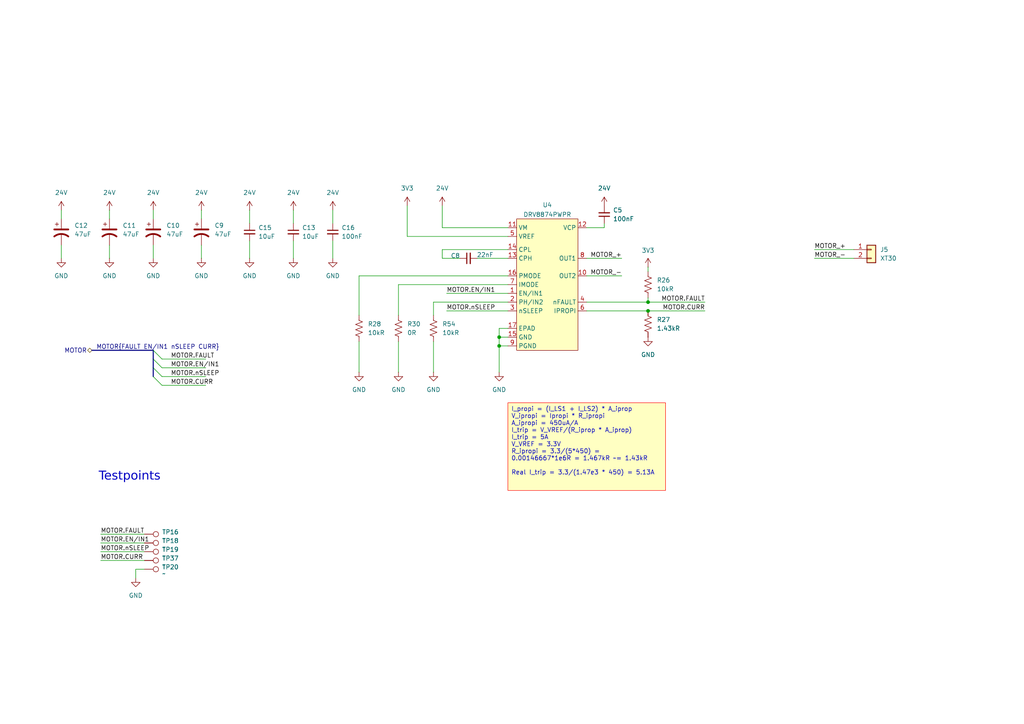
<source format=kicad_sch>
(kicad_sch (version 20231120) (generator "eeschema") (generator_version "8.0")
  (paper "A4")
  (title_block (title "${SHEETNAME}") (rev "1.0.0") (company "Demeter") (comment 1 "Akshat Doctor"))
  (lib_symbols
    (symbol "Connector:TestPoint" (pin_numbers hide) (pin_names (offset 0.762) hide)
      (property "Reference" "TP" (at 0 6.858 0))
      (property "Value" "TestPoint" (at 0 5.08 0))
      (symbol "TestPoint_0_1"
        (circle (center 0 3.302) (radius 0.762))
      )
      (symbol "TestPoint_1_1"
        (pin passive line (at 0 0 90) (length 2.54) (name "1") (number "1"))
      )
    )
    (symbol "Connector_Generic:Conn_01x02" (pin_names (offset 1.016) hide)
      (property "Reference" "J" (at 0 2.54 0))
      (property "Value" "Conn_01x02" (at 0 -5.08 0))
      (symbol "Conn_01x02_1_1"
        (rectangle (start -1.27 -2.413) (end 0 -2.667) (stroke (width 0.1524)))
        (rectangle (start -1.27 0.127) (end 0 -0.127) (stroke (width 0.1524)))
        (rectangle (start -1.27 1.27) (end 1.27 -3.81) (stroke (width 0.254)) (fill (type background)))
        (pin passive line (at -5.08 0 0) (length 3.81) (name "Pin_1") (number "1"))
        (pin passive line (at -5.08 -2.54 0) (length 3.81) (name "Pin_2") (number "2"))
      )
    )
    (symbol "Demeter_Extra:DRV8874"
      (property "Reference" "U" (at 6.35 43.18 0))
      (property "Value" "DRV8874PWPR" (at 7.62 40.64 0))
      (symbol "DRV8874_1_1"
        (rectangle (start 0 38.1) (end 17.78 0) (fill (type background)))
        (pin input line (at -2.54 16.51 0) (length 2.54) (name "EN/IN1") (number "1"))
        (pin input line (at 20.32 21.59 180) (length 2.54) (name "OUT2") (number "10"))
        (pin input line (at -2.54 35.56 0) (length 2.54) (name "VM") (number "11"))
        (pin input line (at 20.32 35.56 180) (length 2.54) (name "VCP") (number "12"))
        (pin input line (at -2.54 26.67 0) (length 2.54) (name "CPH") (number "13"))
        (pin input line (at -2.54 29.21 0) (length 2.54) (name "CPL") (number "14"))
        (pin input line (at -2.54 3.81 0) (length 2.54) (name "GND") (number "15"))
        (pin input line (at -2.54 21.59 0) (length 2.54) (name "PMODE") (number "16"))
        (pin input line (at -2.54 6.35 0) (length 2.54) (name "EPAD") (number "17"))
        (pin input line (at -2.54 13.97 0) (length 2.54) (name "PH/IN2") (number "2"))
        (pin input line (at -2.54 11.43 0) (length 2.54) (name "nSLEEP") (number "3"))
        (pin input line (at 20.32 13.97 180) (length 2.54) (name "nFAULT") (number "4"))
        (pin input line (at -2.54 33.02 0) (length 2.54) (name "VREF") (number "5"))
        (pin input line (at 20.32 11.43 180) (length 2.54) (name "IPROPI") (number "6"))
        (pin input line (at -2.54 19.05 0) (length 2.54) (name "IMODE") (number "7"))
        (pin input line (at 20.32 26.67 180) (length 2.54) (name "OUT1") (number "8"))
        (pin input line (at -2.54 1.27 0) (length 2.54) (name "PGND") (number "9"))
      )
    )
    (symbol "Device:C_Polarized_US" (pin_numbers hide) (pin_names (offset 0.254) hide)
      (property "Reference" "C" (at 0.635 2.54 0))
      (property "Value" "C_Polarized_US" (at 0.635 -2.54 0))
      (symbol "C_Polarized_US_0_1"
        (polyline (pts (xy -2.032 0.762) (xy 2.032 0.762)) (stroke (width 0.508)))
        (polyline (pts (xy -1.778 2.286) (xy -0.762 2.286)))
        (polyline (pts (xy -1.27 1.778) (xy -1.27 2.794)))
        (arc (start 2.032 -1.27) (mid 0 -0.5572) (end -2.032 -1.27) (stroke (width 0.508)))
      )
      (symbol "C_Polarized_US_1_1"
        (pin passive line (at 0 3.81 270) (length 2.794) (name "~") (number "1"))
        (pin passive line (at 0 -3.81 90) (length 3.302) (name "~") (number "2"))
      )
    )
    (symbol "Device:C_Small" (pin_numbers hide) (pin_names (offset 0.254) hide)
      (property "Reference" "C" (at 0.254 1.778 0))
      (property "Value" "C_Small" (at 0.254 -2.032 0))
      (symbol "C_Small_0_1"
        (polyline (pts (xy -1.524 -0.508) (xy 1.524 -0.508)) (stroke (width 0.3302)))
        (polyline (pts (xy -1.524 0.508) (xy 1.524 0.508)) (stroke (width 0.3048)))
      )
      (symbol "C_Small_1_1"
        (pin passive line (at 0 2.54 270) (length 2.032) (name "~") (number "1"))
        (pin passive line (at 0 -2.54 90) (length 2.032) (name "~") (number "2"))
      )
    )
    (symbol "Device:R_US" (pin_numbers hide) (pin_names (offset 0))
      (property "Reference" "R" (at 2.54 0 90))
      (property "Value" "R_US" (at -2.54 0 90))
      (symbol "R_US_0_1"
        (polyline (pts (xy 0 -2.286) (xy 0 -2.54)))
        (polyline (pts (xy 0 2.286) (xy 0 2.54)))
        (polyline (pts (xy 0 -0.762) (xy 1.016 -1.143) (xy 0 -1.524) (xy -1.016 -1.905) (xy 0 -2.286)))
        (polyline (pts (xy 0 0.762) (xy 1.016 0.381) (xy 0 0) (xy -1.016 -0.381) (xy 0 -0.762)))
        (polyline (pts (xy 0 2.286) (xy 1.016 1.905) (xy 0 1.524) (xy -1.016 1.143) (xy 0 0.762)))
      )
      (symbol "R_US_1_1"
        (pin passive line (at 0 3.81 270) (length 1.27) (name "~") (number "1"))
        (pin passive line (at 0 -3.81 90) (length 1.27) (name "~") (number "2"))
      )
    )
    (symbol "power:GND" (power) (pin_numbers hide) (pin_names (offset 0) hide)
      (property "Value" "GND" (at 0 -3.81 0))
      (symbol "GND_0_1"
        (polyline (pts (xy 0 0) (xy 0 -1.27) (xy 1.27 -1.27) (xy 0 -2.54) (xy -1.27 -1.27) (xy 0 -1.27)))
      )
      (symbol "GND_1_1"
        (pin power_in line (at 0 0 270) (length 0) (name "~") (number "1"))
      )
    )
    (symbol "power:VBUS" (power) (pin_numbers hide) (pin_names (offset 0) hide)
      (property "Value" "VBUS" (at 0 3.556 0))
      (symbol "VBUS_0_1"
        (polyline (pts (xy -0.762 1.27) (xy 0 2.54)))
        (polyline (pts (xy 0 0) (xy 0 2.54)))
        (polyline (pts (xy 0 2.54) (xy 0.762 1.27)))
      )
      (symbol "VBUS_1_1"
        (pin power_in line (at 0 0 90) (length 0) (name "~") (number "1"))
      )
    )
  )
  (junction (at 144.78 100.33))
  (junction (at 187.96 87.63))
  (junction (at 187.96 90.17))
  (junction (at 144.78 97.79))
  (bus_entry (at 44.45 109.22) (size 2.54 2.54))
  (bus_entry (at 44.45 104.14) (size 2.54 2.54))
  (bus_entry (at 44.45 106.68) (size 2.54 2.54))
  (bus_entry (at 44.45 101.6) (size 2.54 2.54))
  (wire (pts (xy 85.09 60.96) (xy 85.09 64.77)))
  (wire (pts (xy 129.54 90.17) (xy 147.32 90.17)))
  (wire (pts (xy 144.78 100.33) (xy 144.78 107.95)))
  (wire (pts (xy 170.18 80.01) (xy 180.34 80.01)))
  (wire (pts (xy 17.78 71.12) (xy 17.78 74.93)))
  (wire (pts (xy 44.45 60.96) (xy 44.45 63.5)))
  (wire (pts (xy 59.69 104.14) (xy 46.99 104.14)))
  (wire (pts (xy 31.75 60.96) (xy 31.75 63.5)))
  (wire (pts (xy 118.11 68.58) (xy 147.32 68.58)))
  (wire (pts (xy 129.54 85.09) (xy 147.32 85.09)))
  (wire (pts (xy 115.57 91.44) (xy 115.57 82.55)))
  (wire (pts (xy 125.73 99.06) (xy 125.73 107.95)))
  (bus (pts (xy 44.45 101.6) (xy 26.67 101.6)))
  (wire (pts (xy 125.73 87.63) (xy 125.73 91.44)))
  (wire (pts (xy 29.21 162.56) (xy 41.91 162.56)))
  (wire (pts (xy 144.78 95.25) (xy 144.78 97.79)))
  (bus (pts (xy 44.45 104.14) (xy 44.45 101.6)))
  (wire (pts (xy 72.39 69.85) (xy 72.39 74.93)))
  (wire (pts (xy 144.78 97.79) (xy 144.78 100.33)))
  (wire (pts (xy 59.69 106.68) (xy 46.99 106.68)))
  (wire (pts (xy 170.18 66.04) (xy 175.26 66.04)))
  (wire (pts (xy 170.18 90.17) (xy 187.96 90.17)))
  (wire (pts (xy 147.32 66.04) (xy 128.27 66.04)))
  (wire (pts (xy 128.27 74.93) (xy 133.35 74.93)))
  (wire (pts (xy 29.21 160.02) (xy 41.91 160.02)))
  (wire (pts (xy 58.42 71.12) (xy 58.42 74.93)))
  (wire (pts (xy 17.78 60.96) (xy 17.78 63.5)))
  (wire (pts (xy 170.18 74.93) (xy 180.34 74.93)))
  (wire (pts (xy 128.27 72.39) (xy 128.27 74.93)))
  (wire (pts (xy 59.69 111.76) (xy 46.99 111.76)))
  (wire (pts (xy 96.52 60.96) (xy 96.52 64.77)))
  (wire (pts (xy 118.11 59.69) (xy 118.11 68.58)))
  (bus (pts (xy 44.45 106.68) (xy 44.45 109.22)))
  (wire (pts (xy 31.75 71.12) (xy 31.75 74.93)))
  (wire (pts (xy 170.18 87.63) (xy 187.96 87.63)))
  (wire (pts (xy 187.96 90.17) (xy 204.47 90.17)))
  (wire (pts (xy 138.43 74.93) (xy 147.32 74.93)))
  (wire (pts (xy 187.96 77.47) (xy 187.96 78.74)))
  (wire (pts (xy 104.14 80.01) (xy 104.14 91.44)))
  (wire (pts (xy 96.52 69.85) (xy 96.52 74.93)))
  (wire (pts (xy 104.14 80.01) (xy 147.32 80.01)))
  (wire (pts (xy 187.96 87.63) (xy 204.47 87.63)))
  (wire (pts (xy 29.21 154.94) (xy 41.91 154.94)))
  (wire (pts (xy 147.32 97.79) (xy 144.78 97.79)))
  (wire (pts (xy 58.42 60.96) (xy 58.42 63.5)))
  (wire (pts (xy 59.69 109.22) (xy 46.99 109.22)))
  (wire (pts (xy 39.37 165.1) (xy 39.37 167.64)))
  (wire (pts (xy 41.91 165.1) (xy 39.37 165.1)))
  (wire (pts (xy 175.26 66.04) (xy 175.26 64.77)))
  (bus (pts (xy 44.45 104.14) (xy 44.45 106.68)))
  (wire (pts (xy 85.09 69.85) (xy 85.09 74.93)))
  (wire (pts (xy 128.27 59.69) (xy 128.27 66.04)))
  (wire (pts (xy 236.22 72.39) (xy 247.65 72.39)))
  (wire (pts (xy 115.57 99.06) (xy 115.57 107.95)))
  (wire (pts (xy 72.39 60.96) (xy 72.39 64.77)))
  (wire (pts (xy 187.96 87.63) (xy 187.96 86.36)))
  (wire (pts (xy 144.78 100.33) (xy 147.32 100.33)))
  (wire (pts (xy 104.14 99.06) (xy 104.14 107.95)))
  (wire (pts (xy 236.22 74.93) (xy 247.65 74.93)))
  (wire (pts (xy 115.57 82.55) (xy 147.32 82.55)))
  (wire (pts (xy 29.21 157.48) (xy 41.91 157.48)))
  (wire (pts (xy 147.32 72.39) (xy 128.27 72.39)))
  (wire (pts (xy 44.45 71.12) (xy 44.45 74.93)))
  (wire (pts (xy 147.32 95.25) (xy 144.78 95.25)))
  (wire (pts (xy 125.73 87.63) (xy 147.32 87.63)))
  (text_box "I_propi = (I_LS1 + I_LS2) * A_iprop\nV_ipropi = Ipropi * R_ipropi\nA_ipropi = 450uA/A\nI_trip = V_VREF/(R_iprop * A_iprop)\nI_trip = 5A\nV_VREF = 3.3V\nR_ipropi = 3.3/(5*450) = 0.00146667*1e6R = 1.467kR ~= 1.43kR\n\nReal I_trip = 3.3/(1.47e3 * 450) = 5.13A" (at 147.32 116.84 0) (size 45.72 25.4) (stroke (width 0) (color 255 0 0 1)) (fill (type color) (color 255 255 194 1)) (effects (font (size 1.27 1.27)) (justify left top)))
  (text "Testpoints\n" (at 37.592 138.938 0) (effects (font (size 2.54 2.54))))
  (label "MOTOR_+" (at 236.22 72.39 0))
  (label "MOTOR.FAULT" (at 204.47 87.63 180))
  (label "MOTOR.CURR" (at 49.53 111.76 0))
  (label "MOTOR.nSLEEP" (at 29.21 160.02 0))
  (label "MOTOR.EN{slash}IN1" (at 49.53 106.68 0))
  (label "MOTOR.CURR" (at 29.21 162.56 0))
  (label "MOTOR.nSLEEP" (at 129.54 90.17 0))
  (label "MOTOR.nSLEEP" (at 49.53 109.22 0))
  (label "MOTOR_-" (at 180.34 80.01 180))
  (label "MOTOR{FAULT EN{slash}IN1 nSLEEP CURR}" (at 27.94 101.6 0))
  (label "MOTOR.FAULT" (at 49.53 104.14 0))
  (label "MOTOR.EN{slash}IN1" (at 29.21 157.48 0))
  (label "MOTOR_+" (at 180.34 74.93 180))
  (label "MOTOR_-" (at 236.22 74.93 0))
  (label "MOTOR.EN{slash}IN1" (at 129.54 85.09 0))
  (label "MOTOR.FAULT" (at 29.21 154.94 0))
  (label "MOTOR.CURR" (at 204.47 90.17 180))
  (hierarchical_label "MOTOR" (shape bidirectional) (at 26.67 101.6 180))
  (symbol (lib_id "power:GND") (at 125.73 107.95 0) (unit 1)
    (property "Reference" "#PWR043" (effects (hide yes)))
    (property "Value" "GND" (at 125.73 113.03 0))
    (property "Description" "Power symbol creates a global label with name \"GND\" , ground" (effects (hide yes)))
    (instances (project "Column Controller" (path "" (reference "#PWR043") (unit 1)) (path "" (reference "#PWR0130") (unit 1))))
  )
  (symbol (lib_id "power:GND") (at 144.78 107.95 0) (unit 1)
    (property "Reference" "#PWR039" (effects (hide yes)))
    (property "Value" "GND" (at 144.78 113.03 0))
    (property "Description" "Power symbol creates a global label with name \"GND\" , ground" (effects (hide yes)))
    (instances (project "Column Controller" (path "" (reference "#PWR039") (unit 1)) (path "" (reference "#PWR0152") (unit 1))))
  )
  (symbol (lib_id "Connector:TestPoint") (at 41.91 157.48 270) (unit 1)
    (property "Reference" "TP18" (at 46.99 156.8449 90) (effects (justify left)))
    (property "Value" "~" (at 46.99 158.75 90) (effects (justify left)))
    (property "Footprint" "TestPoint:TestPoint_Pad_D1.0mm" (effects (hide yes)))
    (property "Description" "test point" (effects (hide yes)))
    (instances (project "Column Controller" (path "" (reference "TP18") (unit 1)) (path "" (reference "TP23") (unit 1))))
  )
  (symbol (lib_id "power:VBUS") (at 31.75 60.96 0) (mirror y) (unit 1)
    (property "Reference" "#PWR050" (effects (hide yes)))
    (property "Value" "24V" (at 31.75 55.88 0))
    (property "Description" "Power symbol creates a global label with name \"VBUS\"" (effects (hide yes)))
    (instances (project "Column Controller" (path "" (reference "#PWR050") (unit 1)) (path "" (reference "#PWR0135") (unit 1))))
  )
  (symbol (lib_id "power:VBUS") (at 96.52 60.96 0) (mirror y) (unit 1)
    (property "Reference" "#PWR062" (effects (hide yes)))
    (property "Value" "24V" (at 96.52 55.88 0))
    (property "Description" "Power symbol creates a global label with name \"VBUS\"" (effects (hide yes)))
    (instances (project "Column Controller" (path "" (reference "#PWR062") (unit 1)) (path "" (reference "#PWR0160") (unit 1))))
  )
  (symbol (lib_id "power:GND") (at 72.39 74.93 0) (unit 1)
    (property "Reference" "#PWR055" (effects (hide yes)))
    (property "Value" "GND" (at 72.39 80.01 0))
    (property "Description" "Power symbol creates a global label with name \"GND\" , ground" (effects (hide yes)))
    (instances (project "Column Controller" (path "" (reference "#PWR055") (unit 1)) (path "" (reference "#PWR0147") (unit 1))))
  )
  (symbol (lib_id "Device:C_Small") (at 175.26 62.23 180) (unit 1)
    (property "Reference" "C5" (at 177.8 60.9535 0) (effects (justify right)))
    (property "Value" "100nF" (at 177.8 63.4935 0) (effects (justify right)))
    (property "Footprint" "Capacitor_SMD:C_0402_1005Metric" (effects (hide yes)))
    (property "Description" "Unpolarized capacitor, small symbol" (effects (hide yes)))
    (property "Part Number" "CL31B104KCFNNNE" (effects (hide yes)))
    (instances (project "Column Controller" (path "" (reference "C5") (unit 1)) (path "" (reference "C37") (unit 1))))
  )
  (symbol (lib_id "power:VBUS") (at 85.09 60.96 0) (mirror y) (unit 1)
    (property "Reference" "#PWR056" (effects (hide yes)))
    (property "Value" "24V" (at 85.09 55.88 0))
    (property "Description" "Power symbol creates a global label with name \"VBUS\"" (effects (hide yes)))
    (instances (project "Column Controller" (path "" (reference "#PWR056") (unit 1)) (path "" (reference "#PWR0139") (unit 1))))
  )
  (symbol (lib_id "Device:R_US") (at 104.14 95.25 0) (unit 1)
    (property "Reference" "R28" (at 106.68 93.9799 0) (effects (justify left)))
    (property "Value" "10kR" (at 106.68 96.5199 0) (effects (justify left)))
    (property "Footprint" "Resistor_SMD:R_0603_1608Metric" (effects (hide yes)))
    (property "Description" "Resistor, US symbol" (effects (hide yes)))
    (property "Part Number" "RC0603FR-0710KL" (effects (hide yes)))
    (instances (project "Column Controller" (path "" (reference "R28") (unit 1)) (path "" (reference "R29") (unit 1))))
  )
  (symbol (lib_id "power:GND") (at 85.09 74.93 0) (unit 1)
    (property "Reference" "#PWR057" (effects (hide yes)))
    (property "Value" "GND" (at 85.09 80.01 0))
    (property "Description" "Power symbol creates a global label with name \"GND\" , ground" (effects (hide yes)))
    (instances (project "Column Controller" (path "" (reference "#PWR057") (unit 1)) (path "" (reference "#PWR0148") (unit 1))))
  )
  (symbol (lib_id "Device:C_Small") (at 72.39 67.31 0) (unit 1)
    (property "Reference" "C15" (at 74.93 66.0462 0) (effects (justify left)))
    (property "Value" "10uF" (at 74.93 68.5862 0) (effects (justify left)))
    (property "Footprint" "Capacitor_SMD:C_1210_3225Metric" (effects (hide yes)))
    (property "Description" "Unpolarized capacitor, small symbol" (effects (hide yes)))
    (property "Part Number" "CL32B106KMVNNWE" (effects (hide yes)))
    (instances (project "Column Controller" (path "" (reference "C15") (unit 1)) (path "" (reference "C43") (unit 1))))
  )
  (symbol (lib_id "Connector:TestPoint") (at 41.91 160.02 270) (unit 1)
    (property "Reference" "TP19" (at 46.99 159.3849 90) (effects (justify left)))
    (property "Value" "~" (at 46.99 161.29 90) (effects (justify left)))
    (property "Footprint" "TestPoint:TestPoint_Pad_D1.0mm" (effects (hide yes)))
    (property "Description" "test point" (effects (hide yes)))
    (instances (project "Column Controller" (path "" (reference "TP19") (unit 1)) (path "" (reference "TP24") (unit 1))))
  )
  (symbol (lib_id "Device:C_Small") (at 135.89 74.93 90) (unit 1)
    (property "Reference" "C8" (at 132.08 74.168 90))
    (property "Value" "22nF" (at 140.716 73.914 90))
    (property "Footprint" "Capacitor_SMD:C_0603_1608Metric" (effects (hide yes)))
    (property "Description" "Unpolarized capacitor, small symbol" (effects (hide yes)))
    (property "Part Number" "https://www.digikey.ca/en/products/detail/samsung-electro-mechanics/CL10B223KC8WPNC/11487758" (effects (hide yes)))
    (instances (project "Column Controller" (path "" (reference "C8") (unit 1)) (path "" (reference "C46") (unit 1))))
  )
  (symbol (lib_id "power:GND") (at 96.52 74.93 0) (unit 1)
    (property "Reference" "#PWR064" (effects (hide yes)))
    (property "Value" "GND" (at 96.52 80.01 0))
    (property "Description" "Power symbol creates a global label with name \"GND\" , ground" (effects (hide yes)))
    (instances (project "Column Controller" (path "" (reference "#PWR064") (unit 1)) (path "" (reference "#PWR0161") (unit 1))))
  )
  (symbol (lib_id "Device:R_US") (at 187.96 93.98 0) (unit 1)
    (property "Reference" "R27" (at 190.5 92.7099 0) (effects (justify left)))
    (property "Value" "1.43kR" (at 190.5 95.2499 0) (effects (justify left)))
    (property "Footprint" "Resistor_SMD:R_0603_1608Metric" (effects (hide yes)))
    (property "Description" "Resistor, US symbol" (effects (hide yes)))
    (property "Part Number" "RC0603FR-071K43L" (effects (hide yes)))
    (instances (project "Column Controller" (path "" (reference "R27") (unit 1)) (path "" (reference "R61") (unit 1))))
  )
  (symbol (lib_id "power:VBUS") (at 17.78 60.96 0) (mirror y) (unit 1)
    (property "Reference" "#PWR052" (effects (hide yes)))
    (property "Value" "24V" (at 17.78 55.88 0))
    (property "Description" "Power symbol creates a global label with name \"VBUS\"" (effects (hide yes)))
    (instances (project "Column Controller" (path "" (reference "#PWR052") (unit 1)) (path "" (reference "#PWR0134") (unit 1))))
  )
  (symbol (lib_id "Device:R_US") (at 125.73 95.25 0) (unit 1)
    (property "Reference" "R54" (at 128.27 93.9799 0) (effects (justify left)))
    (property "Value" "10kR" (at 128.27 96.5199 0) (effects (justify left)))
    (property "Footprint" "Resistor_SMD:R_0603_1608Metric" (effects (hide yes)))
    (property "Description" "Resistor, US symbol" (effects (hide yes)))
    (property "Part Number" "RC0603FR-0710KL" (effects (hide yes)))
    (instances (project "Column Controller" (path "" (reference "R54") (unit 1)) (path "" (reference "R55") (unit 1))))
  )
  (symbol (lib_id "power:GND") (at 104.14 107.95 0) (unit 1)
    (property "Reference" "#PWR042" (effects (hide yes)))
    (property "Value" "GND" (at 104.14 113.03 0))
    (property "Description" "Power symbol creates a global label with name \"GND\" , ground" (effects (hide yes)))
    (instances (project "Column Controller" (path "" (reference "#PWR042") (unit 1)) (path "" (reference "#PWR0150") (unit 1))))
  )
  (symbol (lib_id "power:VBUS") (at 187.96 77.47 0) (mirror y) (unit 1)
    (property "Reference" "#PWR040" (effects (hide yes)))
    (property "Value" "3V3" (at 187.96 72.644 0))
    (property "Description" "Power symbol creates a global label with name \"VBUS\"" (effects (hide yes)))
    (instances (project "Column Controller" (path "" (reference "#PWR040") (unit 1)) (path "" (reference "#PWR0149") (unit 1))))
  )
  (symbol (lib_id "power:GND") (at 115.57 107.95 0) (unit 1)
    (property "Reference" "#PWR044" (effects (hide yes)))
    (property "Value" "GND" (at 115.57 113.03 0))
    (property "Description" "Power symbol creates a global label with name \"GND\" , ground" (effects (hide yes)))
    (instances (project "Column Controller" (path "" (reference "#PWR044") (unit 1)) (path "" (reference "#PWR0151") (unit 1))))
  )
  (symbol (lib_id "power:GND") (at 39.37 167.64 0) (mirror y) (unit 1)
    (property "Reference" "#PWR0184" (effects (hide yes)))
    (property "Value" "GND" (at 39.37 172.72 0))
    (property "Description" "Power symbol creates a global label with name \"GND\" , ground" (effects (hide yes)))
    (instances (project "Column Controller" (path "" (reference "#PWR0184") (unit 1)) (path "" (reference "#PWR0187") (unit 1))))
  )
  (symbol (lib_id "Device:C_Small") (at 85.09 67.31 0) (unit 1)
    (property "Reference" "C13" (at 87.63 66.0462 0) (effects (justify left)))
    (property "Value" "10uF" (at 87.63 68.5862 0) (effects (justify left)))
    (property "Footprint" "Capacitor_SMD:C_1210_3225Metric" (effects (hide yes)))
    (property "Description" "Unpolarized capacitor, small symbol" (effects (hide yes)))
    (property "Part Number" "CL32B106KMVNNWE" (effects (hide yes)))
    (instances (project "Column Controller" (path "" (reference "C13") (unit 1)) (path "" (reference "C44") (unit 1))))
  )
  (symbol (lib_id "Device:C_Polarized_US") (at 31.75 67.31 0) (unit 1)
    (property "Reference" "C11" (at 35.56 65.4049 0) (effects (justify left)))
    (property "Value" "47uF" (at 35.56 67.9449 0) (effects (justify left)))
    (property "Footprint" "Capacitor_THT:CP_Radial_D8.0mm_P3.50mm" (effects (hide yes)))
    (property "Description" "Polarized capacitor, US symbol" (effects (hide yes)))
    (property "Part Number" "ECA-2AM470BJ" (effects (hide yes)))
    (instances (project "Column Controller" (path "" (reference "C11") (unit 1)) (path "" (reference "C40") (unit 1))))
  )
  (symbol (lib_id "power:VBUS") (at 72.39 60.96 0) (mirror y) (unit 1)
    (property "Reference" "#PWR054" (effects (hide yes)))
    (property "Value" "24V" (at 72.39 55.88 0))
    (property "Description" "Power symbol creates a global label with name \"VBUS\"" (effects (hide yes)))
    (instances (project "Column Controller" (path "" (reference "#PWR054") (unit 1)) (path "" (reference "#PWR0138") (unit 1))))
  )
  (symbol (lib_id "power:GND") (at 31.75 74.93 0) (unit 1)
    (property "Reference" "#PWR051" (effects (hide yes)))
    (property "Value" "GND" (at 31.75 80.01 0))
    (property "Description" "Power symbol creates a global label with name \"GND\" , ground" (effects (hide yes)))
    (instances (project "Column Controller" (path "" (reference "#PWR051") (unit 1)) (path "" (reference "#PWR0144") (unit 1))))
  )
  (symbol (lib_id "power:VBUS") (at 58.42 60.96 0) (mirror y) (unit 1)
    (property "Reference" "#PWR046" (effects (hide yes)))
    (property "Value" "24V" (at 58.42 55.88 0))
    (property "Description" "Power symbol creates a global label with name \"VBUS\"" (effects (hide yes)))
    (instances (project "Column Controller" (path "" (reference "#PWR046") (unit 1)) (path "" (reference "#PWR0137") (unit 1))))
  )
  (symbol (lib_id "power:GND") (at 58.42 74.93 0) (unit 1)
    (property "Reference" "#PWR047" (effects (hide yes)))
    (property "Value" "GND" (at 58.42 80.01 0))
    (property "Description" "Power symbol creates a global label with name \"GND\" , ground" (effects (hide yes)))
    (instances (project "Column Controller" (path "" (reference "#PWR047") (unit 1)) (path "" (reference "#PWR0146") (unit 1))))
  )
  (symbol (lib_id "power:GND") (at 17.78 74.93 0) (unit 1)
    (property "Reference" "#PWR053" (effects (hide yes)))
    (property "Value" "GND" (at 17.78 80.01 0))
    (property "Description" "Power symbol creates a global label with name \"GND\" , ground" (effects (hide yes)))
    (instances (project "Column Controller" (path "" (reference "#PWR053") (unit 1)) (path "" (reference "#PWR0143") (unit 1))))
  )
  (symbol (lib_id "Demeter_Extra:DRV8874") (at 149.86 101.6 0) (unit 1)
    (property "Reference" "U4" (at 158.75 59.436 0))
    (property "Value" "DRV8874PWPR" (at 158.75 62.23 0))
    (property "Footprint" "DEMETER_LIB:DRV8874" (effects (hide yes)))
    (property "Part Number" "DRV8874PWPR" (effects (hide yes)))
    (instances (project "Column Controller" (path "" (reference "U4") (unit 1)) (path "" (reference "U10") (unit 1))))
  )
  (symbol (lib_id "Device:R_US") (at 187.96 82.55 0) (unit 1)
    (property "Reference" "R26" (at 190.5 81.2799 0) (effects (justify left)))
    (property "Value" "10kR" (at 190.5 83.8199 0) (effects (justify left)))
    (property "Footprint" "Resistor_SMD:R_0603_1608Metric" (effects (hide yes)))
    (property "Description" "Resistor, US symbol" (effects (hide yes)))
    (property "Part Number" "RC0603FR-0710KL" (effects (hide yes)))
    (instances (project "Column Controller" (path "" (reference "R26") (unit 1)) (path "" (reference "R58") (unit 1))))
  )
  (symbol (lib_id "Connector:TestPoint") (at 41.91 165.1 270) (unit 1)
    (property "Reference" "TP20" (at 46.99 164.4649 90) (effects (justify left)))
    (property "Value" "~" (at 46.99 166.37 90) (effects (justify left)))
    (property "Footprint" "TestPoint:TestPoint_Pad_D1.0mm" (effects (hide yes)))
    (property "Description" "test point" (effects (hide yes)))
    (instances (project "Column Controller" (path "" (reference "TP20") (unit 1)) (path "" (reference "TP25") (unit 1))))
  )
  (symbol (lib_id "power:VBUS") (at 44.45 60.96 0) (mirror y) (unit 1)
    (property "Reference" "#PWR048" (effects (hide yes)))
    (property "Value" "24V" (at 44.45 55.88 0))
    (property "Description" "Power symbol creates a global label with name \"VBUS\"" (effects (hide yes)))
    (instances (project "Column Controller" (path "" (reference "#PWR048") (unit 1)) (path "" (reference "#PWR0136") (unit 1))))
  )
  (symbol (lib_id "power:VBUS") (at 118.11 59.69 0) (mirror y) (unit 1)
    (property "Reference" "#PWR045" (effects (hide yes)))
    (property "Value" "3V3" (at 118.11 54.61 0))
    (property "Description" "Power symbol creates a global label with name \"VBUS\"" (effects (hide yes)))
    (instances (project "Column Controller" (path "" (reference "#PWR045") (unit 1)) (path "" (reference "#PWR0140") (unit 1))))
  )
  (symbol (lib_id "power:VBUS") (at 128.27 59.69 0) (mirror y) (unit 1)
    (property "Reference" "#PWR036" (effects (hide yes)))
    (property "Value" "24V" (at 128.27 54.61 0))
    (property "Description" "Power symbol creates a global label with name \"VBUS\"" (effects (hide yes)))
    (instances (project "Column Controller" (path "" (reference "#PWR036") (unit 1)) (path "" (reference "#PWR0141") (unit 1))))
  )
  (symbol (lib_id "Device:R_US") (at 115.57 95.25 0) (unit 1)
    (property "Reference" "R30" (at 118.11 93.9799 0) (effects (justify left)))
    (property "Value" "0R" (at 118.11 96.5199 0) (effects (justify left)))
    (property "Footprint" "Resistor_SMD:R_0603_1608Metric" (effects (hide yes)))
    (property "Description" "Resistor, US symbol" (effects (hide yes)))
    (property "Part Number" "RC0603FR-070RL" (effects (hide yes)))
    (instances (project "Column Controller" (path "" (reference "R30") (unit 1)) (path "" (reference "R60") (unit 1))))
  )
  (symbol (lib_id "power:GND") (at 187.96 97.79 0) (unit 1)
    (property "Reference" "#PWR041" (effects (hide yes)))
    (property "Value" "GND" (at 187.96 102.87 0))
    (property "Description" "Power symbol creates a global label with name \"GND\" , ground" (effects (hide yes)))
    (instances (project "Column Controller" (path "" (reference "#PWR041") (unit 1)) (path "" (reference "#PWR0153") (unit 1))))
  )
  (symbol (lib_id "power:VBUS") (at 175.26 59.69 0) (mirror y) (unit 1)
    (property "Reference" "#PWR069" (effects (hide yes)))
    (property "Value" "24V" (at 175.26 54.61 0))
    (property "Description" "Power symbol creates a global label with name \"VBUS\"" (effects (hide yes)))
    (instances (project "Column Controller" (path "" (reference "#PWR069") (unit 1)) (path "" (reference "#PWR070") (unit 1))))
  )
  (symbol (lib_id "Connector:TestPoint") (at 41.91 162.56 270) (unit 1)
    (property "Reference" "TP37" (at 46.99 161.9249 90) (effects (justify left)))
    (property "Value" "~" (at 46.99 163.83 90) (effects (justify left)))
    (property "Footprint" "TestPoint:TestPoint_Pad_D1.0mm" (effects (hide yes)))
    (property "Description" "test point" (effects (hide yes)))
    (instances (project "Column Controller" (path "" (reference "TP37") (unit 1)) (path "" (reference "TP38") (unit 1))))
  )
  (symbol (lib_id "Device:C_Polarized_US") (at 58.42 67.31 0) (unit 1)
    (property "Reference" "C9" (at 62.23 65.4049 0) (effects (justify left)))
    (property "Value" "47uF" (at 62.23 67.9449 0) (effects (justify left)))
    (property "Footprint" "Capacitor_THT:CP_Radial_D8.0mm_P3.50mm" (effects (hide yes)))
    (property "Description" "Polarized capacitor, US symbol" (effects (hide yes)))
    (property "Part Number" "ECA-2AM470BJ" (effects (hide yes)))
    (instances (project "Column Controller" (path "" (reference "C9") (unit 1)) (path "" (reference "C42") (unit 1))))
  )
  (symbol (lib_id "Connector_Generic:Conn_01x02") (at 252.73 72.39 0) (unit 1)
    (property "Reference" "J5" (at 255.27 72.3899 0) (effects (justify left)))
    (property "Value" "XT30" (at 255.27 74.9299 0) (effects (justify left)))
    (property "Footprint" "DEMETER_LIB:XT30" (effects (hide yes)))
    (property "Description" "Generic connector, single row, 01x02, script generated (kicad-library-utils/schlib/autogen/connector/)" (effects (hide yes)))
    (instances (project "Column Controller" (path "" (reference "J5") (unit 1)) (path "" (reference "J9") (unit 1))))
  )
  (symbol (lib_id "Connector:TestPoint") (at 41.91 154.94 270) (unit 1)
    (property "Reference" "TP16" (at 46.99 154.3049 90) (effects (justify left)))
    (property "Value" "~" (at 46.99 156.21 90) (effects (justify left)))
    (property "Footprint" "TestPoint:TestPoint_Pad_D1.0mm" (effects (hide yes)))
    (property "Description" "test point" (effects (hide yes)))
    (instances (project "Column Controller" (path "" (reference "TP16") (unit 1)) (path "" (reference "TP21") (unit 1))))
  )
  (symbol (lib_id "power:GND") (at 44.45 74.93 0) (unit 1)
    (property "Reference" "#PWR049" (effects (hide yes)))
    (property "Value" "GND" (at 44.45 80.01 0))
    (property "Description" "Power symbol creates a global label with name \"GND\" , ground" (effects (hide yes)))
    (instances (project "Column Controller" (path "" (reference "#PWR049") (unit 1)) (path "" (reference "#PWR0145") (unit 1))))
  )
  (symbol (lib_id "Device:C_Polarized_US") (at 44.45 67.31 0) (unit 1)
    (property "Reference" "C10" (at 48.26 65.4049 0) (effects (justify left)))
    (property "Value" "47uF" (at 48.26 67.9449 0) (effects (justify left)))
    (property "Footprint" "Capacitor_THT:CP_Radial_D8.0mm_P3.50mm" (effects (hide yes)))
    (property "Description" "Polarized capacitor, US symbol" (effects (hide yes)))
    (property "Part Number" "ECA-2AM470BJ" (effects (hide yes)))
    (instances (project "Column Controller" (path "" (reference "C10") (unit 1)) (path "" (reference "C41") (unit 1))))
  )
  (symbol (lib_id "Device:C_Polarized_US") (at 17.78 67.31 0) (unit 1)
    (property "Reference" "C12" (at 21.59 65.4049 0) (effects (justify left)))
    (property "Value" "47uF" (at 21.59 67.9449 0) (effects (justify left)))
    (property "Footprint" "Capacitor_THT:CP_Radial_D8.0mm_P3.50mm" (effects (hide yes)))
    (property "Description" "Polarized capacitor, US symbol" (effects (hide yes)))
    (property "Part Number" "ECA-2AM470BJ" (effects (hide yes)))
    (instances (project "Column Controller" (path "" (reference "C12") (unit 1)) (path "" (reference "C39") (unit 1))))
  )
  (symbol (lib_id "Device:C_Small") (at 96.52 67.31 0) (unit 1)
    (property "Reference" "C16" (at 99.06 66.0462 0) (effects (justify left)))
    (property "Value" "100nF" (at 99.06 68.5862 0) (effects (justify left)))
    (property "Footprint" "Capacitor_SMD:C_0402_1005Metric" (effects (hide yes)))
    (property "Description" "Unpolarized capacitor, small symbol" (effects (hide yes)))
    (property "Part Number" "CL31B104KCFNNNE" (effects (hide yes)))
    (instances (project "Column Controller" (path "" (reference "C16") (unit 1)) (path "" (reference "C38") (unit 1))))
  )
)
</source>
